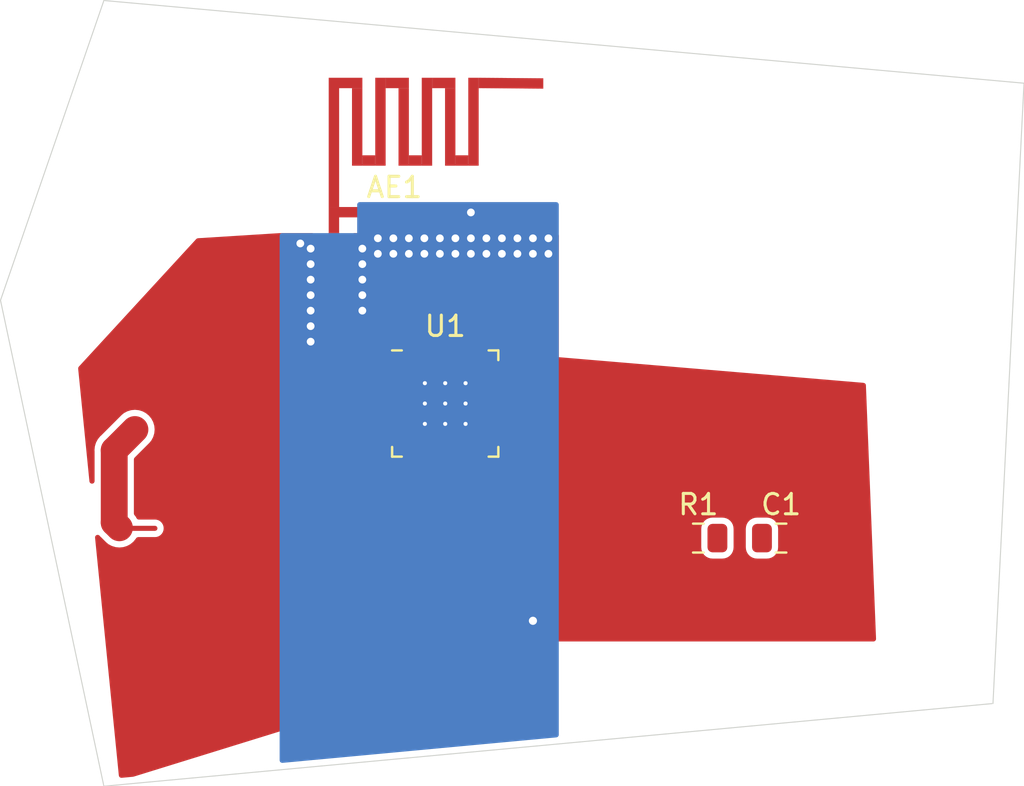
<source format=kicad_pcb>
(kicad_pcb (version 20171130) (host pcbnew "(5.1.4-0-10_14)")

  (general
    (thickness 1.6)
    (drawings 5)
    (tracks 48)
    (zones 0)
    (modules 4)
    (nets 3)
  )

  (page A4)
  (layers
    (0 F.Cu signal)
    (31 B.Cu signal)
    (32 B.Adhes user)
    (33 F.Adhes user)
    (34 B.Paste user)
    (35 F.Paste user)
    (36 B.SilkS user)
    (37 F.SilkS user)
    (38 B.Mask user)
    (39 F.Mask user)
    (40 Dwgs.User user)
    (41 Cmts.User user)
    (42 Eco1.User user)
    (43 Eco2.User user)
    (44 Edge.Cuts user)
    (45 Margin user)
    (46 B.CrtYd user)
    (47 F.CrtYd user)
    (48 B.Fab user)
    (49 F.Fab user)
  )

  (setup
    (last_trace_width 0.2)
    (user_trace_width 0.2)
    (user_trace_width 1.3208)
    (trace_clearance 0.2)
    (zone_clearance 0.3048)
    (zone_45_only yes)
    (trace_min 0.2)
    (via_size 0.8)
    (via_drill 0.4)
    (via_min_size 0.4)
    (via_min_drill 0.3)
    (uvia_size 0.3)
    (uvia_drill 0.1)
    (uvias_allowed no)
    (uvia_min_size 0.2)
    (uvia_min_drill 0.1)
    (edge_width 0.05)
    (segment_width 0.2)
    (pcb_text_width 0.3)
    (pcb_text_size 1.5 1.5)
    (mod_edge_width 0.12)
    (mod_text_size 1 1)
    (mod_text_width 0.15)
    (pad_size 0.508 0.508)
    (pad_drill 0.381)
    (pad_to_mask_clearance 0.051)
    (solder_mask_min_width 0.25)
    (aux_axis_origin 0 0)
    (visible_elements FFFFFF7F)
    (pcbplotparams
      (layerselection 0x010fc_ffffffff)
      (usegerberextensions false)
      (usegerberattributes false)
      (usegerberadvancedattributes false)
      (creategerberjobfile false)
      (excludeedgelayer true)
      (linewidth 0.100000)
      (plotframeref false)
      (viasonmask false)
      (mode 1)
      (useauxorigin false)
      (hpglpennumber 1)
      (hpglpenspeed 20)
      (hpglpendiameter 15.000000)
      (psnegative false)
      (psa4output false)
      (plotreference true)
      (plotvalue true)
      (plotinvisibletext false)
      (padsonsilk false)
      (subtractmaskfromsilk false)
      (outputformat 1)
      (mirror false)
      (drillshape 1)
      (scaleselection 1)
      (outputdirectory ""))
  )

  (net 0 "")
  (net 1 "Net-(AE1-Pad1)")
  (net 2 GND)

  (net_class Default "This is the default net class."
    (clearance 0.2)
    (trace_width 0.25)
    (via_dia 0.8)
    (via_drill 0.4)
    (uvia_dia 0.3)
    (uvia_drill 0.1)
    (add_net GND)
    (add_net "Net-(AE1-Pad1)")
    (add_net "Net-(C1-Pad1)")
    (add_net "Net-(R1-Pad2)")
    (add_net "Net-(U1-Pad1)")
    (add_net "Net-(U1-Pad10)")
    (add_net "Net-(U1-Pad11)")
    (add_net "Net-(U1-Pad12)")
    (add_net "Net-(U1-Pad13)")
    (add_net "Net-(U1-Pad14)")
    (add_net "Net-(U1-Pad15)")
    (add_net "Net-(U1-Pad16)")
    (add_net "Net-(U1-Pad17)")
    (add_net "Net-(U1-Pad18)")
    (add_net "Net-(U1-Pad19)")
    (add_net "Net-(U1-Pad20)")
    (add_net "Net-(U1-Pad21)")
    (add_net "Net-(U1-Pad22)")
    (add_net "Net-(U1-Pad23)")
    (add_net "Net-(U1-Pad24)")
    (add_net "Net-(U1-Pad25)")
    (add_net "Net-(U1-Pad26)")
    (add_net "Net-(U1-Pad27)")
    (add_net "Net-(U1-Pad28)")
    (add_net "Net-(U1-Pad29)")
    (add_net "Net-(U1-Pad3)")
    (add_net "Net-(U1-Pad30)")
    (add_net "Net-(U1-Pad31)")
    (add_net "Net-(U1-Pad32)")
    (add_net "Net-(U1-Pad4)")
    (add_net "Net-(U1-Pad5)")
    (add_net "Net-(U1-Pad6)")
    (add_net "Net-(U1-Pad7)")
    (add_net "Net-(U1-Pad8)")
    (add_net "Net-(U1-Pad9)")
  )

  (module barn53-kicad:PCB_Antenna_2.4GHz_MIFA_Layout_1mm_FR4_PCB (layer F.Cu) (tedit 5DEC0844) (tstamp 5DECC4E1)
    (at 74.803 46.4185)
    (descr https://www.cypress.com/file/136236/download)
    (path /5DE87324)
    (fp_text reference AE1 (at 2.9718 -3.7084) (layer F.SilkS)
      (effects (font (size 1 1) (thickness 0.15)))
    )
    (fp_text value PCB_Antenna_2.4GHz_1mm (at 15.367 -10.1346) (layer F.Fab)
      (effects (font (size 1 1) (thickness 0.15)))
    )
    (fp_text user "Keep out area!" (at -3.175 -5.8674 90) (layer Dwgs.User)
      (effects (font (size 0.508 0.508) (thickness 0.127)))
    )
    (fp_text user "Stitch along the transmission line to a GND filled zone at back side" (at 10.6426 5.4356) (layer Cmts.User)
      (effects (font (size 0.508 0.508) (thickness 0.127)))
    )
    (fp_text user "Draw filled zones (GND) on both front and back side" (at 21.8186 -1.905) (layer Cmts.User)
      (effects (font (size 0.508 0.508) (thickness 0.127)))
    )
    (fp_text user "Don't forget this via!" (at 11.3284 -3.4798) (layer Cmts.User)
      (effects (font (size 0.508 0.508) (thickness 0.127)))
    )
    (fp_text user "Stitch it with vias. 15mil drill, 30mil distance" (at 20.574 1.5748) (layer Cmts.User)
      (effects (font (size 0.508 0.508) (thickness 0.127)))
    )
    (fp_circle (center 6.7564 -2.4892) (end 7.0564 -2.4892) (layer Eco1.User) (width 0.0508))
    (fp_circle (center -2.159 2.794) (end -1.859 2.794) (layer Eco1.User) (width 0.0508))
    (fp_circle (center -1.397 2.794) (end -1.097 2.794) (layer Eco1.User) (width 0.0508))
    (fp_circle (center 1.4224 2.794) (end 1.7224 2.794) (layer Eco1.User) (width 0.0508))
    (fp_circle (center 2.1844 2.794) (end 2.4844 2.794) (layer Eco1.User) (width 0.0508))
    (fp_circle (center 2.9464 2.794) (end 3.2464 2.794) (layer Eco1.User) (width 0.0508))
    (fp_circle (center 3.7084 2.794) (end 4.0084 2.794) (layer Eco1.User) (width 0.0508))
    (fp_circle (center 4.4704 2.794) (end 4.7704 2.794) (layer Eco1.User) (width 0.0508))
    (fp_circle (center 5.2324 2.794) (end 5.5324 2.794) (layer Eco1.User) (width 0.0508))
    (fp_circle (center 5.9944 2.794) (end 6.2944 2.794) (layer Eco1.User) (width 0.0508))
    (fp_circle (center 6.7564 2.794) (end 7.0564 2.794) (layer Eco1.User) (width 0.0508))
    (fp_circle (center 7.5184 2.794) (end 7.8184 2.794) (layer Eco1.User) (width 0.0508))
    (fp_circle (center 8.2804 2.794) (end 8.5804 2.794) (layer Eco1.User) (width 0.0508))
    (fp_circle (center 9.0424 2.794) (end 9.3424 2.794) (layer Eco1.User) (width 0.0508))
    (fp_circle (center 9.8044 2.794) (end 10.1044 2.794) (layer Eco1.User) (width 0.0508))
    (fp_circle (center 10.5664 2.794) (end 10.8664 2.794) (layer Eco1.User) (width 0.0508))
    (fp_circle (center -2.159 2.032) (end -1.859 2.032) (layer Eco1.User) (width 0.0508))
    (fp_circle (center -1.397 2.032) (end -1.097 2.032) (layer Eco1.User) (width 0.0508))
    (fp_circle (center 1.4224 2.032) (end 1.7224 2.032) (layer Eco1.User) (width 0.0508))
    (fp_circle (center 2.1844 2.032) (end 2.4844 2.032) (layer Eco1.User) (width 0.0508))
    (fp_circle (center 2.9464 2.032) (end 3.2464 2.032) (layer Eco1.User) (width 0.0508))
    (fp_circle (center 3.7084 2.032) (end 4.0084 2.032) (layer Eco1.User) (width 0.0508))
    (fp_circle (center 4.4704 2.032) (end 4.7704 2.032) (layer Eco1.User) (width 0.0508))
    (fp_circle (center 5.2324 2.032) (end 5.5324 2.032) (layer Eco1.User) (width 0.0508))
    (fp_circle (center 5.9944 2.032) (end 6.2944 2.032) (layer Eco1.User) (width 0.0508))
    (fp_circle (center 6.7564 2.032) (end 7.0564 2.032) (layer Eco1.User) (width 0.0508))
    (fp_circle (center 7.5184 2.032) (end 7.8184 2.032) (layer Eco1.User) (width 0.0508))
    (fp_circle (center 8.2804 2.032) (end 8.5804 2.032) (layer Eco1.User) (width 0.0508))
    (fp_circle (center 9.0424 2.032) (end 9.3424 2.032) (layer Eco1.User) (width 0.0508))
    (fp_circle (center 9.8044 2.032) (end 10.1044 2.032) (layer Eco1.User) (width 0.0508))
    (fp_circle (center 10.5664 2.032) (end 10.8664 2.032) (layer Eco1.User) (width 0.0508))
    (fp_circle (center -2.159 1.27) (end -1.859 1.27) (layer Eco1.User) (width 0.0508))
    (fp_circle (center -1.397 1.27) (end -1.097 1.27) (layer Eco1.User) (width 0.0508))
    (fp_circle (center 1.4224 1.27) (end 1.7224 1.27) (layer Eco1.User) (width 0.0508))
    (fp_circle (center 2.1844 1.27) (end 2.4844 1.27) (layer Eco1.User) (width 0.0508))
    (fp_circle (center 2.9464 1.27) (end 3.2464 1.27) (layer Eco1.User) (width 0.0508))
    (fp_circle (center 3.7084 1.27) (end 4.0084 1.27) (layer Eco1.User) (width 0.0508))
    (fp_circle (center 4.4704 1.27) (end 4.7704 1.27) (layer Eco1.User) (width 0.0508))
    (fp_circle (center 5.2324 1.27) (end 5.5324 1.27) (layer Eco1.User) (width 0.0508))
    (fp_circle (center 5.9944 1.27) (end 6.2944 1.27) (layer Eco1.User) (width 0.0508))
    (fp_circle (center 6.7564 1.27) (end 7.0564 1.27) (layer Eco1.User) (width 0.0508))
    (fp_circle (center 7.5184 1.27) (end 7.8184 1.27) (layer Eco1.User) (width 0.0508))
    (fp_circle (center 8.2804 1.27) (end 8.5804 1.27) (layer Eco1.User) (width 0.0508))
    (fp_circle (center 9.0424 1.27) (end 9.3424 1.27) (layer Eco1.User) (width 0.0508))
    (fp_circle (center 9.8044 1.27) (end 10.1044 1.27) (layer Eco1.User) (width 0.0508))
    (fp_circle (center 10.5664 1.27) (end 10.8664 1.27) (layer Eco1.User) (width 0.0508))
    (fp_circle (center -2.159 0.508) (end -1.859 0.508) (layer Eco1.User) (width 0.0508))
    (fp_circle (center -1.397 0.508) (end -1.097 0.508) (layer Eco1.User) (width 0.0508))
    (fp_circle (center 1.4224 0.508) (end 1.7224 0.508) (layer Eco1.User) (width 0.0508))
    (fp_circle (center 2.1844 0.508) (end 2.4844 0.508) (layer Eco1.User) (width 0.0508))
    (fp_circle (center 2.9464 0.508) (end 3.2464 0.508) (layer Eco1.User) (width 0.0508))
    (fp_circle (center 3.7084 0.508) (end 4.0084 0.508) (layer Eco1.User) (width 0.0508))
    (fp_circle (center 4.4704 0.508) (end 4.7704 0.508) (layer Eco1.User) (width 0.0508))
    (fp_circle (center 5.2324 0.508) (end 5.5324 0.508) (layer Eco1.User) (width 0.0508))
    (fp_circle (center 5.9944 0.508) (end 6.2944 0.508) (layer Eco1.User) (width 0.0508))
    (fp_circle (center 6.7564 0.508) (end 7.0564 0.508) (layer Eco1.User) (width 0.0508))
    (fp_circle (center 7.5184 0.508) (end 7.8184 0.508) (layer Eco1.User) (width 0.0508))
    (fp_circle (center 8.2804 0.508) (end 8.5804 0.508) (layer Eco1.User) (width 0.0508))
    (fp_circle (center 9.0424 0.508) (end 9.3424 0.508) (layer Eco1.User) (width 0.0508))
    (fp_circle (center 9.8044 0.508) (end 10.1044 0.508) (layer Eco1.User) (width 0.0508))
    (fp_circle (center 10.5664 0.508) (end 10.8664 0.508) (layer Eco1.User) (width 0.0508))
    (fp_circle (center -2.159 -0.254) (end -1.859 -0.254) (layer Eco1.User) (width 0.0508))
    (fp_circle (center -1.397 -0.254) (end -1.097 -0.254) (layer Eco1.User) (width 0.0508))
    (fp_circle (center 1.4224 -0.254) (end 1.7224 -0.254) (layer Eco1.User) (width 0.0508))
    (fp_circle (center 2.1844 -0.254) (end 2.4844 -0.254) (layer Eco1.User) (width 0.0508))
    (fp_circle (center 2.9464 -0.254) (end 3.2464 -0.254) (layer Eco1.User) (width 0.0508))
    (fp_circle (center 3.7084 -0.254) (end 4.0084 -0.254) (layer Eco1.User) (width 0.0508))
    (fp_circle (center 4.4704 -0.254) (end 4.7704 -0.254) (layer Eco1.User) (width 0.0508))
    (fp_circle (center 5.2324 -0.254) (end 5.5324 -0.254) (layer Eco1.User) (width 0.0508))
    (fp_circle (center 5.9944 -0.254) (end 6.2944 -0.254) (layer Eco1.User) (width 0.0508))
    (fp_circle (center 6.7564 -0.254) (end 7.0564 -0.254) (layer Eco1.User) (width 0.0508))
    (fp_circle (center 7.5184 -0.254) (end 7.8184 -0.254) (layer Eco1.User) (width 0.0508))
    (fp_circle (center 8.2804 -0.254) (end 8.5804 -0.254) (layer Eco1.User) (width 0.0508))
    (fp_circle (center 9.0424 -0.254) (end 9.3424 -0.254) (layer Eco1.User) (width 0.0508))
    (fp_circle (center 9.8044 -0.254) (end 10.1044 -0.254) (layer Eco1.User) (width 0.0508))
    (fp_circle (center 10.5664 -0.254) (end 10.8664 -0.254) (layer Eco1.User) (width 0.0508))
    (fp_circle (center -2.159 -1.016) (end -1.859 -1.016) (layer Eco1.User) (width 0.0508))
    (fp_circle (center -1.397 -1.016) (end -1.097 -1.016) (layer Eco1.User) (width 0.0508))
    (fp_circle (center 1.4224 -1.016) (end 1.7224 -1.016) (layer Eco1.User) (width 0.0508))
    (fp_circle (center 2.1844 -1.016) (end 2.4844 -1.016) (layer Eco1.User) (width 0.0508))
    (fp_circle (center 2.9464 -1.016) (end 3.2464 -1.016) (layer Eco1.User) (width 0.0508))
    (fp_circle (center 3.7084 -1.016) (end 4.0084 -1.016) (layer Eco1.User) (width 0.0508))
    (fp_circle (center 4.4704 -1.016) (end 4.7704 -1.016) (layer Eco1.User) (width 0.0508))
    (fp_circle (center 5.2324 -1.016) (end 5.5324 -1.016) (layer Eco1.User) (width 0.0508))
    (fp_circle (center 5.9944 -1.016) (end 6.2944 -1.016) (layer Eco1.User) (width 0.0508))
    (fp_circle (center 6.7564 -1.016) (end 7.0564 -1.016) (layer Eco1.User) (width 0.0508))
    (fp_circle (center 7.5184 -1.016) (end 7.8184 -1.016) (layer Eco1.User) (width 0.0508))
    (fp_circle (center 8.2804 -1.016) (end 8.5804 -1.016) (layer Eco1.User) (width 0.0508))
    (fp_circle (center 9.0424 -1.016) (end 9.3424 -1.016) (layer Eco1.User) (width 0.0508))
    (fp_circle (center 9.8044 -1.016) (end 10.1044 -1.016) (layer Eco1.User) (width 0.0508))
    (fp_circle (center 10.5664 -1.016) (end 10.8664 -1.016) (layer Eco1.User) (width 0.0508))
    (fp_poly (pts (xy 0.254 -1.4732) (xy 0.254 -2.2352) (xy 7.239 -2.2352) (xy 7.239 -2.7432)
      (xy 0.254 -2.7432) (xy -0.254 -2.7432) (xy -0.254 -1.4732)) (layer F.Cu) (width 0.00254))
    (fp_poly (pts (xy -0.254 -2.7432) (xy -0.254 -9.0932) (xy 1.397 -9.0932) (xy 1.397 -8.5852)
      (xy 0.254 -8.5852) (xy 0.254 -2.7432)) (layer F.Cu) (width 0.00254))
    (fp_poly (pts (xy 0.889 -8.5852) (xy 0.889 -4.7752) (xy 1.397 -4.7752) (xy 1.397 -8.5852)) (layer F.Cu) (width 0.00254))
    (fp_poly (pts (xy 1.397 -4.7752) (xy 2.032 -4.7752) (xy 2.032 -5.2832) (xy 1.397 -5.2832)) (layer F.Cu) (width 0.00254))
    (fp_poly (pts (xy 2.032 -9.0932) (xy 2.032 -4.7752) (xy 2.54 -4.7752) (xy 2.54 -9.0932)) (layer F.Cu) (width 0.00254))
    (fp_poly (pts (xy 2.54 -8.5852) (xy 3.683 -8.5852) (xy 3.683 -9.0932) (xy 2.54 -9.0932)) (layer F.Cu) (width 0.00254))
    (fp_poly (pts (xy 3.175 -8.5852) (xy 3.175 -4.7752) (xy 3.683 -4.7752) (xy 3.683 -8.5852)) (layer F.Cu) (width 0.00254))
    (fp_poly (pts (xy 3.683 -4.7752) (xy 4.318 -4.7752) (xy 4.318 -5.2832) (xy 3.683 -5.2832)) (layer F.Cu) (width 0.00254))
    (fp_poly (pts (xy 4.318 -9.0932) (xy 4.318 -4.7752) (xy 4.826 -4.7752) (xy 4.826 -9.0932)) (layer F.Cu) (width 0.00254))
    (fp_poly (pts (xy 4.826 -8.5852) (xy 5.969 -8.5852) (xy 5.969 -9.0932) (xy 4.826 -9.0932)) (layer F.Cu) (width 0.00254))
    (fp_poly (pts (xy 5.969 -4.7752) (xy 6.604 -4.7752) (xy 6.604 -5.2832) (xy 5.969 -5.2832)) (layer F.Cu) (width 0.00254))
    (fp_poly (pts (xy 5.461 -8.5852) (xy 5.461 -4.7752) (xy 5.969 -4.7752) (xy 5.969 -8.5852)) (layer F.Cu) (width 0.00254))
    (fp_poly (pts (xy 6.604 -9.0932) (xy 6.604 -4.7752) (xy 7.112 -4.7752) (xy 7.112 -9.0932)) (layer F.Cu) (width 0.00254))
    (fp_poly (pts (xy 7.112 -8.5852) (xy 10.287 -8.5598) (xy 10.287 -9.0678) (xy 7.112 -9.0932)) (layer F.Cu) (width 0.00254))
    (fp_line (start -2.6162 -6.858) (end -0.381 -9.0932) (layer Dwgs.User) (width 0.12))
    (fp_line (start -2.6162 -4.318) (end 2.159 -9.0932) (layer Dwgs.User) (width 0.12))
    (fp_line (start 9.779 -1.4732) (end 11.049 -2.7432) (layer Dwgs.User) (width 0.12))
    (fp_line (start 7.239 -1.4732) (end 11.049 -5.2832) (layer Dwgs.User) (width 0.12))
    (fp_line (start 4.699 -1.4732) (end 11.049 -7.8232) (layer Dwgs.User) (width 0.12))
    (fp_line (start 2.159 -1.4732) (end 9.779 -9.0932) (layer Dwgs.User) (width 0.12))
    (fp_line (start -0.381 -1.4732) (end 7.239 -9.0932) (layer Dwgs.User) (width 0.12))
    (fp_line (start -2.6162 -1.778) (end 4.699 -9.0932) (layer Dwgs.User) (width 0.12))
    (fp_line (start -2.6162 -1.4732) (end -2.6162 -9.0932) (layer Dwgs.User) (width 0.12))
    (fp_line (start 11.049 -1.4732) (end -2.6162 -1.4732) (layer Dwgs.User) (width 0.12))
    (fp_line (start 11.049 -9.0932) (end 11.049 -1.4732) (layer Dwgs.User) (width 0.12))
    (fp_line (start -2.6162 -9.0932) (end 11.049 -9.0932) (layer Dwgs.User) (width 0.12))
    (fp_text user "52mil transmission line 50Ω" (at 0.0508 4.3688) (layer Cmts.User)
      (effects (font (size 0.508 0.508) (thickness 0.1016) italic))
    )
    (fp_poly (pts (xy -0.254 -1.4732) (xy -0.6604 -0.4572) (xy -0.6604 0.2032) (xy 0.6604 0.2032)
      (xy 0.6604 -0.4572) (xy 0.254 -1.4732)) (layer F.Cu) (width 0.00254))
    (fp_poly (pts (xy 0.9652 -2.9972) (xy 0.9652 -1.4732) (xy -2.6162 -1.4732) (xy -2.6162 3.6068)
      (xy 11.049 3.6068) (xy 11.049 -2.9972)) (layer B.CrtYd) (width 0.00254))
    (fp_poly (pts (xy -2.6162 -1.4732) (xy -0.9652 -1.4732) (xy -0.9652 3.6068) (xy -2.6162 3.6068)) (layer F.CrtYd) (width 0.00254))
    (fp_poly (pts (xy 0.9652 -1.4732) (xy 0.9652 3.6068) (xy 11.049 3.6068) (xy 11.049 -1.4732)) (layer F.CrtYd) (width 0.00254))
    (pad 2 connect circle (at 2.54 -0.254) (size 0.381 0.381) (layers F.Cu)
      (net 2 GND))
    (pad 1 connect circle (at 0 0) (size 0.381 0.381) (layers F.Cu)
      (net 1 "Net-(AE1-Pad1)"))
  )

  (module Package_DFN_QFN:QFN-32-1EP_5x5mm_P0.5mm_EP3.6x3.6mm_ThermalVias (layer F.Cu) (tedit 5B4E85CE) (tstamp 5DE7FBED)
    (at 80.272 53.332)
    (descr "QFN, 32 Pin (http://infocenter.nordicsemi.com/pdf/nRF52810_PS_v1.1.pdf (Page 468)), generated with kicad-footprint-generator ipc_dfn_qfn_generator.py")
    (tags "QFN DFN_QFN")
    (path /5DE7E9DF)
    (attr smd)
    (fp_text reference U1 (at 0 -3.8) (layer F.SilkS)
      (effects (font (size 1 1) (thickness 0.15)))
    )
    (fp_text value ESP_8285 (at 0 3.8) (layer F.Fab)
      (effects (font (size 1 1) (thickness 0.15)))
    )
    (fp_text user %R (at 0 0) (layer F.Fab)
      (effects (font (size 1 1) (thickness 0.15)))
    )
    (fp_line (start 3.1 -3.1) (end -3.1 -3.1) (layer F.CrtYd) (width 0.05))
    (fp_line (start 3.1 3.1) (end 3.1 -3.1) (layer F.CrtYd) (width 0.05))
    (fp_line (start -3.1 3.1) (end 3.1 3.1) (layer F.CrtYd) (width 0.05))
    (fp_line (start -3.1 -3.1) (end -3.1 3.1) (layer F.CrtYd) (width 0.05))
    (fp_line (start -2.5 -1.5) (end -1.5 -2.5) (layer F.Fab) (width 0.1))
    (fp_line (start -2.5 2.5) (end -2.5 -1.5) (layer F.Fab) (width 0.1))
    (fp_line (start 2.5 2.5) (end -2.5 2.5) (layer F.Fab) (width 0.1))
    (fp_line (start 2.5 -2.5) (end 2.5 2.5) (layer F.Fab) (width 0.1))
    (fp_line (start -1.5 -2.5) (end 2.5 -2.5) (layer F.Fab) (width 0.1))
    (fp_line (start -2.135 -2.61) (end -2.61 -2.61) (layer F.SilkS) (width 0.12))
    (fp_line (start 2.61 2.61) (end 2.61 2.135) (layer F.SilkS) (width 0.12))
    (fp_line (start 2.135 2.61) (end 2.61 2.61) (layer F.SilkS) (width 0.12))
    (fp_line (start -2.61 2.61) (end -2.61 2.135) (layer F.SilkS) (width 0.12))
    (fp_line (start -2.135 2.61) (end -2.61 2.61) (layer F.SilkS) (width 0.12))
    (fp_line (start 2.61 -2.61) (end 2.61 -2.135) (layer F.SilkS) (width 0.12))
    (fp_line (start 2.135 -2.61) (end 2.61 -2.61) (layer F.SilkS) (width 0.12))
    (pad 32 smd roundrect (at -1.75 -2.45) (size 0.25 0.8) (layers F.Cu F.Paste F.Mask) (roundrect_rratio 0.25))
    (pad 31 smd roundrect (at -1.25 -2.45) (size 0.25 0.8) (layers F.Cu F.Paste F.Mask) (roundrect_rratio 0.25))
    (pad 30 smd roundrect (at -0.75 -2.45) (size 0.25 0.8) (layers F.Cu F.Paste F.Mask) (roundrect_rratio 0.25))
    (pad 29 smd roundrect (at -0.25 -2.45) (size 0.25 0.8) (layers F.Cu F.Paste F.Mask) (roundrect_rratio 0.25))
    (pad 28 smd roundrect (at 0.25 -2.45) (size 0.25 0.8) (layers F.Cu F.Paste F.Mask) (roundrect_rratio 0.25))
    (pad 27 smd roundrect (at 0.75 -2.45) (size 0.25 0.8) (layers F.Cu F.Paste F.Mask) (roundrect_rratio 0.25))
    (pad 26 smd roundrect (at 1.25 -2.45) (size 0.25 0.8) (layers F.Cu F.Paste F.Mask) (roundrect_rratio 0.25))
    (pad 25 smd roundrect (at 1.75 -2.45) (size 0.25 0.8) (layers F.Cu F.Paste F.Mask) (roundrect_rratio 0.25))
    (pad 24 smd roundrect (at 2.45 -1.75) (size 0.8 0.25) (layers F.Cu F.Paste F.Mask) (roundrect_rratio 0.25))
    (pad 23 smd roundrect (at 2.45 -1.25) (size 0.8 0.25) (layers F.Cu F.Paste F.Mask) (roundrect_rratio 0.25))
    (pad 22 smd roundrect (at 2.45 -0.75) (size 0.8 0.25) (layers F.Cu F.Paste F.Mask) (roundrect_rratio 0.25))
    (pad 21 smd roundrect (at 2.45 -0.25) (size 0.8 0.25) (layers F.Cu F.Paste F.Mask) (roundrect_rratio 0.25))
    (pad 20 smd roundrect (at 2.45 0.25) (size 0.8 0.25) (layers F.Cu F.Paste F.Mask) (roundrect_rratio 0.25))
    (pad 19 smd roundrect (at 2.45 0.75) (size 0.8 0.25) (layers F.Cu F.Paste F.Mask) (roundrect_rratio 0.25))
    (pad 18 smd roundrect (at 2.45 1.25) (size 0.8 0.25) (layers F.Cu F.Paste F.Mask) (roundrect_rratio 0.25))
    (pad 17 smd roundrect (at 2.45 1.75) (size 0.8 0.25) (layers F.Cu F.Paste F.Mask) (roundrect_rratio 0.25))
    (pad 16 smd roundrect (at 1.75 2.45) (size 0.25 0.8) (layers F.Cu F.Paste F.Mask) (roundrect_rratio 0.25))
    (pad 15 smd roundrect (at 1.25 2.45) (size 0.25 0.8) (layers F.Cu F.Paste F.Mask) (roundrect_rratio 0.25))
    (pad 14 smd roundrect (at 0.75 2.45) (size 0.25 0.8) (layers F.Cu F.Paste F.Mask) (roundrect_rratio 0.25))
    (pad 13 smd roundrect (at 0.25 2.45) (size 0.25 0.8) (layers F.Cu F.Paste F.Mask) (roundrect_rratio 0.25))
    (pad 12 smd roundrect (at -0.25 2.45) (size 0.25 0.8) (layers F.Cu F.Paste F.Mask) (roundrect_rratio 0.25))
    (pad 11 smd roundrect (at -0.75 2.45) (size 0.25 0.8) (layers F.Cu F.Paste F.Mask) (roundrect_rratio 0.25))
    (pad 10 smd roundrect (at -1.25 2.45) (size 0.25 0.8) (layers F.Cu F.Paste F.Mask) (roundrect_rratio 0.25))
    (pad 9 smd roundrect (at -1.75 2.45) (size 0.25 0.8) (layers F.Cu F.Paste F.Mask) (roundrect_rratio 0.25))
    (pad 8 smd roundrect (at -2.45 1.75) (size 0.8 0.25) (layers F.Cu F.Paste F.Mask) (roundrect_rratio 0.25))
    (pad 7 smd roundrect (at -2.45 1.25) (size 0.8 0.25) (layers F.Cu F.Paste F.Mask) (roundrect_rratio 0.25))
    (pad 6 smd roundrect (at -2.45 0.75) (size 0.8 0.25) (layers F.Cu F.Paste F.Mask) (roundrect_rratio 0.25))
    (pad 5 smd roundrect (at -2.45 0.25) (size 0.8 0.25) (layers F.Cu F.Paste F.Mask) (roundrect_rratio 0.25))
    (pad 4 smd roundrect (at -2.45 -0.25) (size 0.8 0.25) (layers F.Cu F.Paste F.Mask) (roundrect_rratio 0.25))
    (pad 3 smd roundrect (at -2.45 -0.75) (size 0.8 0.25) (layers F.Cu F.Paste F.Mask) (roundrect_rratio 0.25))
    (pad 2 smd roundrect (at -2.45 -1.25) (size 0.8 0.25) (layers F.Cu F.Paste F.Mask) (roundrect_rratio 0.25)
      (net 1 "Net-(AE1-Pad1)"))
    (pad 1 smd roundrect (at -2.45 -1.75) (size 0.8 0.25) (layers F.Cu F.Paste F.Mask) (roundrect_rratio 0.25))
    (pad "" smd custom (at 1.4 1.4) (size 0.554596 0.554596) (layers F.Paste)
      (options (clearance outline) (anchor circle))
      (primitives
        (gr_poly (pts
           (xy -0.32249 -0.194667) (xy -0.194667 -0.32249) (xy 0.32249 -0.32249) (xy 0.32249 0.32249) (xy -0.32249 0.32249)
) (width 0))
      ))
    (pad "" smd custom (at 1.4 -1.4) (size 0.554596 0.554596) (layers F.Paste)
      (options (clearance outline) (anchor circle))
      (primitives
        (gr_poly (pts
           (xy -0.32249 -0.32249) (xy 0.32249 -0.32249) (xy 0.32249 0.32249) (xy -0.194667 0.32249) (xy -0.32249 0.194667)
) (width 0))
      ))
    (pad "" smd custom (at -1.4 1.4) (size 0.554596 0.554596) (layers F.Paste)
      (options (clearance outline) (anchor circle))
      (primitives
        (gr_poly (pts
           (xy -0.32249 -0.32249) (xy 0.194667 -0.32249) (xy 0.32249 -0.194667) (xy 0.32249 0.32249) (xy -0.32249 0.32249)
) (width 0))
      ))
    (pad "" smd custom (at -1.4 -1.4) (size 0.554596 0.554596) (layers F.Paste)
      (options (clearance outline) (anchor circle))
      (primitives
        (gr_poly (pts
           (xy -0.32249 -0.32249) (xy 0.32249 -0.32249) (xy 0.32249 0.194667) (xy 0.194667 0.32249) (xy -0.32249 0.32249)
) (width 0))
      ))
    (pad "" smd custom (at 0.5 1.4) (size 0.568298 0.568298) (layers F.Paste)
      (options (clearance outline) (anchor circle))
      (primitives
        (gr_poly (pts
           (xy -0.403113 -0.214044) (xy -0.294667 -0.32249) (xy 0.294667 -0.32249) (xy 0.403113 -0.214044) (xy 0.403113 0.32249)
           (xy -0.403113 0.32249)) (width 0))
      ))
    (pad "" smd custom (at -0.5 1.4) (size 0.568298 0.568298) (layers F.Paste)
      (options (clearance outline) (anchor circle))
      (primitives
        (gr_poly (pts
           (xy -0.403113 -0.214044) (xy -0.294667 -0.32249) (xy 0.294667 -0.32249) (xy 0.403113 -0.214044) (xy 0.403113 0.32249)
           (xy -0.403113 0.32249)) (width 0))
      ))
    (pad "" smd custom (at 0.5 -1.4) (size 0.568298 0.568298) (layers F.Paste)
      (options (clearance outline) (anchor circle))
      (primitives
        (gr_poly (pts
           (xy -0.403113 -0.32249) (xy 0.403113 -0.32249) (xy 0.403113 0.214044) (xy 0.294667 0.32249) (xy -0.294667 0.32249)
           (xy -0.403113 0.214044)) (width 0))
      ))
    (pad "" smd custom (at -0.5 -1.4) (size 0.568298 0.568298) (layers F.Paste)
      (options (clearance outline) (anchor circle))
      (primitives
        (gr_poly (pts
           (xy -0.403113 -0.32249) (xy 0.403113 -0.32249) (xy 0.403113 0.214044) (xy 0.294667 0.32249) (xy -0.294667 0.32249)
           (xy -0.403113 0.214044)) (width 0))
      ))
    (pad "" smd custom (at 1.4 0.5) (size 0.568298 0.568298) (layers F.Paste)
      (options (clearance outline) (anchor circle))
      (primitives
        (gr_poly (pts
           (xy -0.32249 -0.294667) (xy -0.214044 -0.403113) (xy 0.32249 -0.403113) (xy 0.32249 0.403113) (xy -0.214044 0.403113)
           (xy -0.32249 0.294667)) (width 0))
      ))
    (pad "" smd custom (at 1.4 -0.5) (size 0.568298 0.568298) (layers F.Paste)
      (options (clearance outline) (anchor circle))
      (primitives
        (gr_poly (pts
           (xy -0.32249 -0.294667) (xy -0.214044 -0.403113) (xy 0.32249 -0.403113) (xy 0.32249 0.403113) (xy -0.214044 0.403113)
           (xy -0.32249 0.294667)) (width 0))
      ))
    (pad "" smd custom (at -1.4 0.5) (size 0.568298 0.568298) (layers F.Paste)
      (options (clearance outline) (anchor circle))
      (primitives
        (gr_poly (pts
           (xy -0.32249 -0.403113) (xy 0.214044 -0.403113) (xy 0.32249 -0.294667) (xy 0.32249 0.294667) (xy 0.214044 0.403113)
           (xy -0.32249 0.403113)) (width 0))
      ))
    (pad "" smd custom (at -1.4 -0.5) (size 0.568298 0.568298) (layers F.Paste)
      (options (clearance outline) (anchor circle))
      (primitives
        (gr_poly (pts
           (xy -0.32249 -0.403113) (xy 0.214044 -0.403113) (xy 0.32249 -0.294667) (xy 0.32249 0.294667) (xy 0.214044 0.403113)
           (xy -0.32249 0.403113)) (width 0))
      ))
    (pad "" smd roundrect (at 0.5 0.5) (size 0.806226 0.806226) (layers F.Paste) (roundrect_rratio 0.25))
    (pad "" smd roundrect (at 0.5 -0.5) (size 0.806226 0.806226) (layers F.Paste) (roundrect_rratio 0.25))
    (pad "" smd roundrect (at -0.5 0.5) (size 0.806226 0.806226) (layers F.Paste) (roundrect_rratio 0.25))
    (pad "" smd roundrect (at -0.5 -0.5) (size 0.806226 0.806226) (layers F.Paste) (roundrect_rratio 0.25))
    (pad 33 smd roundrect (at 0 0) (size 2.5 2.5) (layers B.Cu) (roundrect_rratio 0.1)
      (net 2 GND))
    (pad 33 thru_hole circle (at 1 1) (size 0.5 0.5) (drill 0.2) (layers *.Cu)
      (net 2 GND))
    (pad 33 thru_hole circle (at 0 1) (size 0.5 0.5) (drill 0.2) (layers *.Cu)
      (net 2 GND))
    (pad 33 thru_hole circle (at -1 1) (size 0.5 0.5) (drill 0.2) (layers *.Cu)
      (net 2 GND))
    (pad 33 thru_hole circle (at 1 0) (size 0.5 0.5) (drill 0.2) (layers *.Cu)
      (net 2 GND))
    (pad 33 thru_hole circle (at 0 0) (size 0.5 0.5) (drill 0.2) (layers *.Cu)
      (net 2 GND))
    (pad 33 thru_hole circle (at -1 0) (size 0.5 0.5) (drill 0.2) (layers *.Cu)
      (net 2 GND))
    (pad 33 thru_hole circle (at 1 -1) (size 0.5 0.5) (drill 0.2) (layers *.Cu)
      (net 2 GND))
    (pad 33 thru_hole circle (at 0 -1) (size 0.5 0.5) (drill 0.2) (layers *.Cu)
      (net 2 GND))
    (pad 33 thru_hole circle (at -1 -1) (size 0.5 0.5) (drill 0.2) (layers *.Cu)
      (net 2 GND))
    (pad 33 smd roundrect (at 0 0) (size 3.6 3.6) (layers F.Cu F.Mask) (roundrect_rratio 0.06944400000000001)
      (net 2 GND))
    (model ${KISYS3DMOD}/Package_DFN_QFN.3dshapes/QFN-32-1EP_5x5mm_P0.5mm_EP3.6x3.6mm.wrl
      (at (xyz 0 0 0))
      (scale (xyz 1 1 1))
      (rotate (xyz 0 0 0))
    )
  )

  (module Resistor_SMD:R_0805_2012Metric (layer F.Cu) (tedit 5B36C52B) (tstamp 5DE7FD5B)
    (at 92.71 59.944)
    (descr "Resistor SMD 0805 (2012 Metric), square (rectangular) end terminal, IPC_7351 nominal, (Body size source: https://docs.google.com/spreadsheets/d/1BsfQQcO9C6DZCsRaXUlFlo91Tg2WpOkGARC1WS5S8t0/edit?usp=sharing), generated with kicad-footprint-generator")
    (tags resistor)
    (path /5DE80245)
    (attr smd)
    (fp_text reference R1 (at 0 -1.65) (layer F.SilkS)
      (effects (font (size 1 1) (thickness 0.15)))
    )
    (fp_text value R (at 0 1.65) (layer F.Fab)
      (effects (font (size 1 1) (thickness 0.15)))
    )
    (fp_text user %R (at 0 0) (layer F.Fab)
      (effects (font (size 0.5 0.5) (thickness 0.08)))
    )
    (fp_line (start 1.68 0.95) (end -1.68 0.95) (layer F.CrtYd) (width 0.05))
    (fp_line (start 1.68 -0.95) (end 1.68 0.95) (layer F.CrtYd) (width 0.05))
    (fp_line (start -1.68 -0.95) (end 1.68 -0.95) (layer F.CrtYd) (width 0.05))
    (fp_line (start -1.68 0.95) (end -1.68 -0.95) (layer F.CrtYd) (width 0.05))
    (fp_line (start -0.258578 0.71) (end 0.258578 0.71) (layer F.SilkS) (width 0.12))
    (fp_line (start -0.258578 -0.71) (end 0.258578 -0.71) (layer F.SilkS) (width 0.12))
    (fp_line (start 1 0.6) (end -1 0.6) (layer F.Fab) (width 0.1))
    (fp_line (start 1 -0.6) (end 1 0.6) (layer F.Fab) (width 0.1))
    (fp_line (start -1 -0.6) (end 1 -0.6) (layer F.Fab) (width 0.1))
    (fp_line (start -1 0.6) (end -1 -0.6) (layer F.Fab) (width 0.1))
    (pad 2 smd roundrect (at 0.9375 0) (size 0.975 1.4) (layers F.Cu F.Paste F.Mask) (roundrect_rratio 0.25))
    (pad 1 smd roundrect (at -0.9375 0) (size 0.975 1.4) (layers F.Cu F.Paste F.Mask) (roundrect_rratio 0.25)
      (net 2 GND))
    (model ${KISYS3DMOD}/Resistor_SMD.3dshapes/R_0805_2012Metric.wrl
      (at (xyz 0 0 0))
      (scale (xyz 1 1 1))
      (rotate (xyz 0 0 0))
    )
  )

  (module Capacitor_SMD:C_0805_2012Metric (layer F.Cu) (tedit 5B36C52B) (tstamp 5DE7FDCD)
    (at 96.774 59.944)
    (descr "Capacitor SMD 0805 (2012 Metric), square (rectangular) end terminal, IPC_7351 nominal, (Body size source: https://docs.google.com/spreadsheets/d/1BsfQQcO9C6DZCsRaXUlFlo91Tg2WpOkGARC1WS5S8t0/edit?usp=sharing), generated with kicad-footprint-generator")
    (tags capacitor)
    (path /5DE7F73A)
    (attr smd)
    (fp_text reference C1 (at 0 -1.65) (layer F.SilkS)
      (effects (font (size 1 1) (thickness 0.15)))
    )
    (fp_text value C (at 0 1.65) (layer F.Fab)
      (effects (font (size 1 1) (thickness 0.15)))
    )
    (fp_text user %R (at 0 0) (layer F.Fab)
      (effects (font (size 0.5 0.5) (thickness 0.08)))
    )
    (fp_line (start 1.68 0.95) (end -1.68 0.95) (layer F.CrtYd) (width 0.05))
    (fp_line (start 1.68 -0.95) (end 1.68 0.95) (layer F.CrtYd) (width 0.05))
    (fp_line (start -1.68 -0.95) (end 1.68 -0.95) (layer F.CrtYd) (width 0.05))
    (fp_line (start -1.68 0.95) (end -1.68 -0.95) (layer F.CrtYd) (width 0.05))
    (fp_line (start -0.258578 0.71) (end 0.258578 0.71) (layer F.SilkS) (width 0.12))
    (fp_line (start -0.258578 -0.71) (end 0.258578 -0.71) (layer F.SilkS) (width 0.12))
    (fp_line (start 1 0.6) (end -1 0.6) (layer F.Fab) (width 0.1))
    (fp_line (start 1 -0.6) (end 1 0.6) (layer F.Fab) (width 0.1))
    (fp_line (start -1 -0.6) (end 1 -0.6) (layer F.Fab) (width 0.1))
    (fp_line (start -1 0.6) (end -1 -0.6) (layer F.Fab) (width 0.1))
    (pad 2 smd roundrect (at 0.9375 0) (size 0.975 1.4) (layers F.Cu F.Paste F.Mask) (roundrect_rratio 0.25)
      (net 2 GND))
    (pad 1 smd roundrect (at -0.9375 0) (size 0.975 1.4) (layers F.Cu F.Paste F.Mask) (roundrect_rratio 0.25))
    (model ${KISYS3DMOD}/Capacitor_SMD.3dshapes/C_0805_2012Metric.wrl
      (at (xyz 0 0 0))
      (scale (xyz 1 1 1))
      (rotate (xyz 0 0 0))
    )
  )

  (gr_line (start 58.42 48.26) (end 63.5 33.528) (layer Edge.Cuts) (width 0.05) (tstamp 5DE9AD6E))
  (gr_line (start 63.5 72.136) (end 58.42 48.26) (layer Edge.Cuts) (width 0.05))
  (gr_line (start 107.188 68.072) (end 63.5 72.136) (layer Edge.Cuts) (width 0.05))
  (gr_line (start 108.712 37.592) (end 107.188 68.072) (layer Edge.Cuts) (width 0.05))
  (gr_line (start 63.5 33.528) (end 108.712 37.592) (layer Edge.Cuts) (width 0.05))

  (segment (start 64.008 59.182) (end 64.262 59.436) (width 1.3208) (layer F.Cu) (net 0))
  (segment (start 64.29 59.464) (end 64.008 59.182) (width 0.25) (layer F.Cu) (net 0))
  (segment (start 66.006 59.464) (end 64.29 59.464) (width 0.25) (layer F.Cu) (net 0))
  (segment (start 64.008 55.626) (end 64.008 59.182) (width 1.3208) (layer F.Cu) (net 0))
  (segment (start 65.024 54.61) (end 64.008 55.626) (width 1.3208) (layer F.Cu) (net 0))
  (segment (start 74.803 46.4185) (end 74.803 50.419) (width 1.3208) (layer F.Cu) (net 1))
  (segment (start 77.822 52.082) (end 74.815 52.082) (width 0.2) (layer F.Cu) (net 1))
  (segment (start 74.803 52.07) (end 74.803 50.419) (width 0.2) (layer F.Cu) (net 1))
  (segment (start 74.815 52.082) (end 74.803 52.07) (width 0.2) (layer F.Cu) (net 1))
  (via (at 81.534 43.942) (size 0.4064) (drill 0.381) (layers F.Cu B.Cu) (net 2))
  (via (at 84.582 64.008) (size 0.8) (drill 0.4) (layers F.Cu B.Cu) (net 2))
  (via (at 76.2 46.482) (size 0.4064) (drill 0.381) (layers F.Cu B.Cu) (net 2))
  (via (at 76.2 47.244) (size 0.4064) (drill 0.381) (layers F.Cu B.Cu) (net 2) (tstamp 5DECA90F))
  (via (at 76.2 48.006) (size 0.4064) (drill 0.381) (layers F.Cu B.Cu) (net 2) (tstamp 5DECA911))
  (via (at 76.2 48.768) (size 0.4064) (drill 0.381) (layers F.Cu B.Cu) (net 2) (tstamp 5DECA913))
  (via (at 73.66 46.482) (size 0.4064) (drill 0.381) (layers F.Cu B.Cu) (net 2) (tstamp 5DECAA27))
  (via (at 73.66 47.244) (size 0.4064) (drill 0.381) (layers F.Cu B.Cu) (net 2) (tstamp 5DECAA29))
  (via (at 73.66 48.006) (size 0.4064) (drill 0.381) (layers F.Cu B.Cu) (net 2) (tstamp 5DECAA2B))
  (via (at 73.66 48.768) (size 0.4064) (drill 0.381) (layers F.Cu B.Cu) (net 2) (tstamp 5DECAA2D))
  (via (at 73.66 49.53) (size 0.4064) (drill 0.381) (layers F.Cu B.Cu) (net 2) (tstamp 5DECAA2F))
  (via (at 73.66 50.292) (size 0.4064) (drill 0.381) (layers F.Cu B.Cu) (net 2) (tstamp 5DECAA31))
  (via (at 73.66 45.72) (size 0.4064) (drill 0.381) (layers F.Cu B.Cu) (net 2) (tstamp 5DECAABB))
  (via (at 73.152 45.466) (size 0.4064) (drill 0.381) (layers F.Cu B.Cu) (net 2) (tstamp 5DECAABD))
  (via (at 76.2 45.72) (size 0.4064) (drill 0.381) (layers F.Cu B.Cu) (net 2) (tstamp 5DECAABF))
  (via (at 76.962 45.212) (size 0.4064) (drill 0.381) (layers F.Cu B.Cu) (net 2) (tstamp 5DECAAC1))
  (via (at 77.724 45.212) (size 0.4064) (drill 0.381) (layers F.Cu B.Cu) (net 2) (tstamp 5DECAAC4))
  (via (at 78.486 45.212) (size 0.4064) (drill 0.381) (layers F.Cu B.Cu) (net 2) (tstamp 5DECAAC6))
  (via (at 79.248 45.212) (size 0.4064) (drill 0.381) (layers F.Cu B.Cu) (net 2) (tstamp 5DECAAC8))
  (via (at 80.01 45.212) (size 0.4064) (drill 0.381) (layers F.Cu B.Cu) (net 2) (tstamp 5DECAACA))
  (via (at 80.772 45.212) (size 0.4064) (drill 0.381) (layers F.Cu B.Cu) (net 2) (tstamp 5DECAACC))
  (via (at 81.534 45.212) (size 0.4064) (drill 0.381) (layers F.Cu B.Cu) (net 2) (tstamp 5DECAACE))
  (via (at 82.296 45.212) (size 0.4064) (drill 0.381) (layers F.Cu B.Cu) (net 2) (tstamp 5DECAAD0))
  (via (at 83.058 45.212) (size 0.4064) (drill 0.381) (layers F.Cu B.Cu) (net 2) (tstamp 5DECAAD2))
  (via (at 83.82 45.212) (size 0.4064) (drill 0.381) (layers F.Cu B.Cu) (net 2) (tstamp 5DECAAD4))
  (via (at 84.582 45.212) (size 0.4064) (drill 0.381) (layers F.Cu B.Cu) (net 2) (tstamp 5DECAAD6))
  (via (at 85.344 45.212) (size 0.4064) (drill 0.381) (layers F.Cu B.Cu) (net 2) (tstamp 5DECAAD8))
  (via (at 76.962 45.974) (size 0.4064) (drill 0.381) (layers F.Cu B.Cu) (net 2) (tstamp 5DECAADA))
  (via (at 77.724 45.974) (size 0.4064) (drill 0.381) (layers F.Cu B.Cu) (net 2) (tstamp 5DECAADC))
  (via (at 78.486 45.974) (size 0.4064) (drill 0.381) (layers F.Cu B.Cu) (net 2) (tstamp 5DECAADE))
  (via (at 79.248 45.974) (size 0.4064) (drill 0.381) (layers F.Cu B.Cu) (net 2) (tstamp 5DECAAE0))
  (via (at 80.01 45.974) (size 0.4064) (drill 0.381) (layers F.Cu B.Cu) (net 2) (tstamp 5DECAAE2))
  (via (at 80.772 45.974) (size 0.4064) (drill 0.381) (layers F.Cu B.Cu) (net 2) (tstamp 5DECAAE4))
  (via (at 81.534 45.974) (size 0.4064) (drill 0.381) (layers F.Cu B.Cu) (net 2) (tstamp 5DECAAE6))
  (via (at 82.296 45.974) (size 0.4064) (drill 0.381) (layers F.Cu B.Cu) (net 2) (tstamp 5DECAAE8))
  (via (at 83.058 45.974) (size 0.4064) (drill 0.381) (layers F.Cu B.Cu) (net 2) (tstamp 5DECAAEA))
  (via (at 83.82 45.974) (size 0.4064) (drill 0.381) (layers F.Cu B.Cu) (net 2) (tstamp 5DECAAEC))
  (via (at 84.582 45.974) (size 0.4064) (drill 0.381) (layers F.Cu B.Cu) (net 2) (tstamp 5DECAAEE))
  (via (at 85.344 45.974) (size 0.4064) (drill 0.381) (layers F.Cu B.Cu) (net 2) (tstamp 5DECAAF0))

  (zone (net 2) (net_name GND) (layer F.Cu) (tstamp 5DE9B5B9) (hatch edge 0.508)
    (connect_pads yes (clearance 0.3048))
    (min_thickness 0.254)
    (fill yes (arc_segments 32) (thermal_gap 0) (thermal_bridge_width 0.508))
    (polygon
      (pts
        (xy 73.914 50.038) (xy 75.692 50.038) (xy 75.692 44.958) (xy 85.852 44.958) (xy 85.852 51.054)
        (xy 100.939783 52.324) (xy 101.447783 65.024) (xy 80.365783 65.024) (xy 74.93 68.58) (xy 64.262 71.882)
        (xy 62.23 51.562) (xy 68.072 45.212) (xy 72.136 44.958) (xy 73.8505 44.958)
      )
    )
    (filled_polygon
      (pts
        (xy 73.734289 45.821857) (xy 73.730181 45.835995) (xy 73.718994 45.87126) (xy 73.718403 45.876529) (xy 73.716922 45.881626)
        (xy 73.713697 45.918483) (xy 73.709572 45.955253) (xy 73.70953 45.9613) (xy 73.70953 46.6217) (xy 73.7108 46.634653)
        (xy 73.710801 50.472649) (xy 73.726605 50.633109) (xy 73.789058 50.838989) (xy 73.890476 51.028729) (xy 74.026963 51.195038)
        (xy 74.193272 51.331525) (xy 74.2712 51.373179) (xy 74.2712 52.043876) (xy 74.268627 52.07) (xy 74.2712 52.096123)
        (xy 74.278895 52.17425) (xy 74.309304 52.274495) (xy 74.358685 52.366882) (xy 74.425141 52.447859) (xy 74.431732 52.453268)
        (xy 74.437141 52.459859) (xy 74.518118 52.526315) (xy 74.610504 52.575696) (xy 74.710749 52.606105) (xy 74.788876 52.6138)
        (xy 74.788877 52.6138) (xy 74.815 52.616373) (xy 74.841124 52.6138) (xy 76.988111 52.6138) (xy 76.988111 52.6445)
        (xy 76.997649 52.741341) (xy 77.02515 52.832) (xy 76.997649 52.922659) (xy 76.988111 53.0195) (xy 76.988111 53.1445)
        (xy 76.997649 53.241341) (xy 77.02515 53.332) (xy 76.997649 53.422659) (xy 76.988111 53.5195) (xy 76.988111 53.6445)
        (xy 76.997649 53.741341) (xy 77.02515 53.832) (xy 76.997649 53.922659) (xy 76.988111 54.0195) (xy 76.988111 54.1445)
        (xy 76.997649 54.241341) (xy 77.02515 54.332) (xy 76.997649 54.422659) (xy 76.988111 54.5195) (xy 76.988111 54.6445)
        (xy 76.997649 54.741341) (xy 77.02515 54.832) (xy 76.997649 54.922659) (xy 76.988111 55.0195) (xy 76.988111 55.1445)
        (xy 76.997649 55.241341) (xy 77.025896 55.33446) (xy 77.071768 55.420279) (xy 77.1335 55.4955) (xy 77.208721 55.557232)
        (xy 77.29454 55.603104) (xy 77.387659 55.631351) (xy 77.4845 55.640889) (xy 77.963111 55.640889) (xy 77.963111 56.1195)
        (xy 77.972649 56.216341) (xy 78.000896 56.30946) (xy 78.046768 56.395279) (xy 78.1085 56.4705) (xy 78.183721 56.532232)
        (xy 78.26954 56.578104) (xy 78.362659 56.606351) (xy 78.4595 56.615889) (xy 78.5845 56.615889) (xy 78.681341 56.606351)
        (xy 78.772 56.57885) (xy 78.862659 56.606351) (xy 78.9595 56.615889) (xy 79.0845 56.615889) (xy 79.181341 56.606351)
        (xy 79.272 56.57885) (xy 79.362659 56.606351) (xy 79.4595 56.615889) (xy 79.5845 56.615889) (xy 79.681341 56.606351)
        (xy 79.772 56.57885) (xy 79.862659 56.606351) (xy 79.9595 56.615889) (xy 80.0845 56.615889) (xy 80.181341 56.606351)
        (xy 80.272 56.57885) (xy 80.362659 56.606351) (xy 80.4595 56.615889) (xy 80.5845 56.615889) (xy 80.681341 56.606351)
        (xy 80.772 56.57885) (xy 80.862659 56.606351) (xy 80.9595 56.615889) (xy 81.0845 56.615889) (xy 81.181341 56.606351)
        (xy 81.272 56.57885) (xy 81.362659 56.606351) (xy 81.4595 56.615889) (xy 81.5845 56.615889) (xy 81.681341 56.606351)
        (xy 81.772 56.57885) (xy 81.862659 56.606351) (xy 81.9595 56.615889) (xy 82.0845 56.615889) (xy 82.181341 56.606351)
        (xy 82.27446 56.578104) (xy 82.360279 56.532232) (xy 82.4355 56.4705) (xy 82.497232 56.395279) (xy 82.543104 56.30946)
        (xy 82.571351 56.216341) (xy 82.580889 56.1195) (xy 82.580889 55.640889) (xy 83.0595 55.640889) (xy 83.156341 55.631351)
        (xy 83.24946 55.603104) (xy 83.335279 55.557232) (xy 83.4105 55.4955) (xy 83.472232 55.420279) (xy 83.518104 55.33446)
        (xy 83.546351 55.241341) (xy 83.555889 55.1445) (xy 83.555889 55.0195) (xy 83.546351 54.922659) (xy 83.51885 54.832)
        (xy 83.546351 54.741341) (xy 83.555889 54.6445) (xy 83.555889 54.5195) (xy 83.546351 54.422659) (xy 83.51885 54.332)
        (xy 83.546351 54.241341) (xy 83.555889 54.1445) (xy 83.555889 54.0195) (xy 83.546351 53.922659) (xy 83.51885 53.832)
        (xy 83.546351 53.741341) (xy 83.555889 53.6445) (xy 83.555889 53.5195) (xy 83.546351 53.422659) (xy 83.51885 53.332)
        (xy 83.546351 53.241341) (xy 83.555889 53.1445) (xy 83.555889 53.0195) (xy 83.546351 52.922659) (xy 83.51885 52.832)
        (xy 83.546351 52.741341) (xy 83.555889 52.6445) (xy 83.555889 52.5195) (xy 83.546351 52.422659) (xy 83.51885 52.332)
        (xy 83.546351 52.241341) (xy 83.555889 52.1445) (xy 83.555889 52.0195) (xy 83.546351 51.922659) (xy 83.51885 51.832)
        (xy 83.546351 51.741341) (xy 83.555889 51.6445) (xy 83.555889 51.5195) (xy 83.546351 51.422659) (xy 83.518104 51.32954)
        (xy 83.472232 51.243721) (xy 83.4105 51.1685) (xy 83.335279 51.106768) (xy 83.24946 51.060896) (xy 83.156341 51.032649)
        (xy 83.0595 51.023111) (xy 82.580889 51.023111) (xy 82.580889 50.5445) (xy 82.571351 50.447659) (xy 82.543104 50.35454)
        (xy 82.497232 50.268721) (xy 82.4355 50.1935) (xy 82.360279 50.131768) (xy 82.27446 50.085896) (xy 82.181341 50.057649)
        (xy 82.0845 50.048111) (xy 81.9595 50.048111) (xy 81.862659 50.057649) (xy 81.772 50.08515) (xy 81.681341 50.057649)
        (xy 81.5845 50.048111) (xy 81.4595 50.048111) (xy 81.362659 50.057649) (xy 81.272 50.08515) (xy 81.181341 50.057649)
        (xy 81.0845 50.048111) (xy 80.9595 50.048111) (xy 80.862659 50.057649) (xy 80.772 50.08515) (xy 80.681341 50.057649)
        (xy 80.5845 50.048111) (xy 80.4595 50.048111) (xy 80.362659 50.057649) (xy 80.272 50.08515) (xy 80.181341 50.057649)
        (xy 80.0845 50.048111) (xy 79.9595 50.048111) (xy 79.862659 50.057649) (xy 79.772 50.08515) (xy 79.681341 50.057649)
        (xy 79.5845 50.048111) (xy 79.4595 50.048111) (xy 79.362659 50.057649) (xy 79.272 50.08515) (xy 79.181341 50.057649)
        (xy 79.0845 50.048111) (xy 78.9595 50.048111) (xy 78.862659 50.057649) (xy 78.772 50.08515) (xy 78.681341 50.057649)
        (xy 78.5845 50.048111) (xy 78.4595 50.048111) (xy 78.362659 50.057649) (xy 78.26954 50.085896) (xy 78.183721 50.131768)
        (xy 78.1085 50.1935) (xy 78.046768 50.268721) (xy 78.000896 50.35454) (xy 77.972649 50.447659) (xy 77.963111 50.5445)
        (xy 77.963111 51.023111) (xy 77.4845 51.023111) (xy 77.387659 51.032649) (xy 77.29454 51.060896) (xy 77.208721 51.106768)
        (xy 77.1335 51.1685) (xy 77.071768 51.243721) (xy 77.025896 51.32954) (xy 76.997649 51.422659) (xy 76.988111 51.5195)
        (xy 76.988111 51.5502) (xy 75.3348 51.5502) (xy 75.3348 51.373179) (xy 75.412729 51.331525) (xy 75.579038 51.195038)
        (xy 75.715525 51.028729) (xy 75.816943 50.838989) (xy 75.879396 50.633109) (xy 75.8952 50.472649) (xy 75.8952 46.638694)
        (xy 75.896428 46.627747) (xy 75.896448 46.624825) (xy 75.896459 46.624723) (xy 75.89645 46.624621) (xy 75.89647 46.6217)
        (xy 75.89647 45.9613) (xy 75.892858 45.924467) (xy 75.890148 45.887576) (xy 75.88874 45.882464) (xy 75.888222 45.877183)
        (xy 75.87753 45.841769) (xy 75.867702 45.806091) (xy 75.865495 45.800461) (xy 75.819 45.684224) (xy 75.819 45.085)
        (xy 85.725 45.085) (xy 85.725 51.054) (xy 85.72744 51.078776) (xy 85.734667 51.102601) (xy 85.746403 51.124557)
        (xy 85.762197 51.143803) (xy 85.781443 51.159597) (xy 85.803399 51.171333) (xy 85.827224 51.17856) (xy 85.841348 51.180552)
        (xy 100.817367 52.441144) (xy 101.315601 64.897) (xy 80.365783 64.897) (xy 80.341007 64.89944) (xy 80.317182 64.906667)
        (xy 80.296257 64.917721) (xy 74.875403 68.463955) (xy 64.921174 71.545026) (xy 64.361145 71.597122) (xy 63.192419 59.909853)
        (xy 63.231963 59.958038) (xy 63.273632 59.992235) (xy 63.527634 60.246237) (xy 63.652271 60.348524) (xy 63.842011 60.449942)
        (xy 64.04789 60.512395) (xy 64.261999 60.533483) (xy 64.476108 60.512395) (xy 64.681988 60.449942) (xy 64.871728 60.348524)
        (xy 65.038038 60.212038) (xy 65.174524 60.045728) (xy 65.187848 60.0208) (xy 66.033351 60.0208) (xy 66.115152 60.012743)
        (xy 66.220109 59.980905) (xy 66.316838 59.929202) (xy 66.401622 59.859622) (xy 66.471202 59.774838) (xy 66.522905 59.678109)
        (xy 66.554743 59.573152) (xy 66.563154 59.48775) (xy 92.726111 59.48775) (xy 92.726111 60.40025) (xy 92.739132 60.532451)
        (xy 92.777693 60.659571) (xy 92.840314 60.776726) (xy 92.924587 60.879413) (xy 93.027274 60.963686) (xy 93.144429 61.026307)
        (xy 93.271549 61.064868) (xy 93.40375 61.077889) (xy 93.89125 61.077889) (xy 94.023451 61.064868) (xy 94.150571 61.026307)
        (xy 94.267726 60.963686) (xy 94.370413 60.879413) (xy 94.454686 60.776726) (xy 94.517307 60.659571) (xy 94.555868 60.532451)
        (xy 94.568889 60.40025) (xy 94.568889 59.48775) (xy 94.915111 59.48775) (xy 94.915111 60.40025) (xy 94.928132 60.532451)
        (xy 94.966693 60.659571) (xy 95.029314 60.776726) (xy 95.113587 60.879413) (xy 95.216274 60.963686) (xy 95.333429 61.026307)
        (xy 95.460549 61.064868) (xy 95.59275 61.077889) (xy 96.08025 61.077889) (xy 96.212451 61.064868) (xy 96.339571 61.026307)
        (xy 96.456726 60.963686) (xy 96.559413 60.879413) (xy 96.643686 60.776726) (xy 96.706307 60.659571) (xy 96.744868 60.532451)
        (xy 96.757889 60.40025) (xy 96.757889 59.48775) (xy 96.744868 59.355549) (xy 96.706307 59.228429) (xy 96.643686 59.111274)
        (xy 96.559413 59.008587) (xy 96.456726 58.924314) (xy 96.339571 58.861693) (xy 96.212451 58.823132) (xy 96.08025 58.810111)
        (xy 95.59275 58.810111) (xy 95.460549 58.823132) (xy 95.333429 58.861693) (xy 95.216274 58.924314) (xy 95.113587 59.008587)
        (xy 95.029314 59.111274) (xy 94.966693 59.228429) (xy 94.928132 59.355549) (xy 94.915111 59.48775) (xy 94.568889 59.48775)
        (xy 94.555868 59.355549) (xy 94.517307 59.228429) (xy 94.454686 59.111274) (xy 94.370413 59.008587) (xy 94.267726 58.924314)
        (xy 94.150571 58.861693) (xy 94.023451 58.823132) (xy 93.89125 58.810111) (xy 93.40375 58.810111) (xy 93.271549 58.823132)
        (xy 93.144429 58.861693) (xy 93.027274 58.924314) (xy 92.924587 59.008587) (xy 92.840314 59.111274) (xy 92.777693 59.228429)
        (xy 92.739132 59.355549) (xy 92.726111 59.48775) (xy 66.563154 59.48775) (xy 66.565494 59.464) (xy 66.554743 59.354848)
        (xy 66.522905 59.249891) (xy 66.471202 59.153162) (xy 66.401622 59.068378) (xy 66.316838 58.998798) (xy 66.220109 58.947095)
        (xy 66.115152 58.915257) (xy 66.033351 58.9072) (xy 65.217781 58.9072) (xy 65.174524 58.826271) (xy 65.1002 58.735707)
        (xy 65.1002 56.078403) (xy 65.834237 55.344367) (xy 65.936524 55.219729) (xy 66.037943 55.029989) (xy 66.100396 54.82411)
        (xy 66.121483 54.61) (xy 66.100396 54.395891) (xy 66.037943 54.190012) (xy 65.936524 54.000272) (xy 65.800038 53.833962)
        (xy 65.633728 53.697476) (xy 65.443988 53.596057) (xy 65.238109 53.533604) (xy 65.024 53.512517) (xy 64.80989 53.533604)
        (xy 64.604011 53.596057) (xy 64.414271 53.697476) (xy 64.289633 53.799763) (xy 63.273636 54.81576) (xy 63.231962 54.849962)
        (xy 63.095475 55.016271) (xy 62.994057 55.206012) (xy 62.931604 55.411892) (xy 62.9158 55.572352) (xy 62.9158 55.572359)
        (xy 62.910517 55.626) (xy 62.9158 55.679642) (xy 62.9158 57.14367) (xy 62.362039 51.606055) (xy 68.130888 45.335568)
        (xy 72.13997 45.085) (xy 73.725078 45.085)
      )
    )
    (filled_polygon
      (pts
        (xy 81.862659 51.706351) (xy 81.894512 51.709488) (xy 81.897649 51.741341) (xy 81.92515 51.832) (xy 81.897649 51.922659)
        (xy 81.888111 52.0195) (xy 81.888111 52.1445) (xy 81.897649 52.241341) (xy 81.92515 52.332) (xy 81.897649 52.422659)
        (xy 81.888111 52.5195) (xy 81.888111 52.6445) (xy 81.897649 52.741341) (xy 81.92515 52.832) (xy 81.897649 52.922659)
        (xy 81.888111 53.0195) (xy 81.888111 53.1445) (xy 81.897649 53.241341) (xy 81.92515 53.332) (xy 81.897649 53.422659)
        (xy 81.888111 53.5195) (xy 81.888111 53.6445) (xy 81.897649 53.741341) (xy 81.92515 53.832) (xy 81.897649 53.922659)
        (xy 81.888111 54.0195) (xy 81.888111 54.1445) (xy 81.897649 54.241341) (xy 81.92515 54.332) (xy 81.897649 54.422659)
        (xy 81.888111 54.5195) (xy 81.888111 54.6445) (xy 81.897649 54.741341) (xy 81.92515 54.832) (xy 81.897649 54.922659)
        (xy 81.894512 54.954512) (xy 81.862659 54.957649) (xy 81.772 54.98515) (xy 81.681341 54.957649) (xy 81.5845 54.948111)
        (xy 81.4595 54.948111) (xy 81.362659 54.957649) (xy 81.272 54.98515) (xy 81.181341 54.957649) (xy 81.0845 54.948111)
        (xy 80.9595 54.948111) (xy 80.862659 54.957649) (xy 80.772 54.98515) (xy 80.681341 54.957649) (xy 80.5845 54.948111)
        (xy 80.4595 54.948111) (xy 80.362659 54.957649) (xy 80.272 54.98515) (xy 80.181341 54.957649) (xy 80.0845 54.948111)
        (xy 79.9595 54.948111) (xy 79.862659 54.957649) (xy 79.772 54.98515) (xy 79.681341 54.957649) (xy 79.5845 54.948111)
        (xy 79.4595 54.948111) (xy 79.362659 54.957649) (xy 79.272 54.98515) (xy 79.181341 54.957649) (xy 79.0845 54.948111)
        (xy 78.9595 54.948111) (xy 78.862659 54.957649) (xy 78.772 54.98515) (xy 78.681341 54.957649) (xy 78.649488 54.954512)
        (xy 78.646351 54.922659) (xy 78.61885 54.832) (xy 78.646351 54.741341) (xy 78.655889 54.6445) (xy 78.655889 54.5195)
        (xy 78.646351 54.422659) (xy 78.61885 54.332) (xy 78.646351 54.241341) (xy 78.655889 54.1445) (xy 78.655889 54.0195)
        (xy 78.646351 53.922659) (xy 78.61885 53.832) (xy 78.646351 53.741341) (xy 78.655889 53.6445) (xy 78.655889 53.5195)
        (xy 78.646351 53.422659) (xy 78.61885 53.332) (xy 78.646351 53.241341) (xy 78.655889 53.1445) (xy 78.655889 53.0195)
        (xy 78.646351 52.922659) (xy 78.61885 52.832) (xy 78.646351 52.741341) (xy 78.655889 52.6445) (xy 78.655889 52.5195)
        (xy 78.646351 52.422659) (xy 78.61885 52.332) (xy 78.646351 52.241341) (xy 78.655889 52.1445) (xy 78.655889 52.0195)
        (xy 78.646351 51.922659) (xy 78.61885 51.832) (xy 78.646351 51.741341) (xy 78.649488 51.709488) (xy 78.681341 51.706351)
        (xy 78.772 51.67885) (xy 78.862659 51.706351) (xy 78.9595 51.715889) (xy 79.0845 51.715889) (xy 79.181341 51.706351)
        (xy 79.272 51.67885) (xy 79.362659 51.706351) (xy 79.4595 51.715889) (xy 79.5845 51.715889) (xy 79.681341 51.706351)
        (xy 79.772 51.67885) (xy 79.862659 51.706351) (xy 79.9595 51.715889) (xy 80.0845 51.715889) (xy 80.181341 51.706351)
        (xy 80.272 51.67885) (xy 80.362659 51.706351) (xy 80.4595 51.715889) (xy 80.5845 51.715889) (xy 80.681341 51.706351)
        (xy 80.772 51.67885) (xy 80.862659 51.706351) (xy 80.9595 51.715889) (xy 81.0845 51.715889) (xy 81.181341 51.706351)
        (xy 81.272 51.67885) (xy 81.362659 51.706351) (xy 81.4595 51.715889) (xy 81.5845 51.715889) (xy 81.681341 51.706351)
        (xy 81.772 51.67885)
      )
    )
  )
  (zone (net 0) (net_name "") (layers F&B.Cu) (tstamp 0) (hatch full 0.508)
    (connect_pads yes (clearance 0.508))
    (min_thickness 0.254)
    (keepout (tracks not_allowed) (vias not_allowed) (copperpour not_allowed))
    (fill (arc_segments 32) (thermal_gap 0) (thermal_bridge_width 0.508))
    (polygon
      (pts
        (xy 72.39 36.068) (xy 72.39 43.18) (xy 87.122 43.18) (xy 87.122 36.068)
      )
    )
  )
  (zone (net 2) (net_name GND) (layer B.Cu) (tstamp 0) (hatch edge 0.508)
    (connect_pads yes (clearance 0.3048))
    (min_thickness 0.254)
    (fill yes (arc_segments 32) (thermal_gap 0) (thermal_bridge_width 0.508))
    (polygon
      (pts
        (xy 72.136 44.958) (xy 75.946 44.958) (xy 75.946 43.434) (xy 85.852 43.434) (xy 85.852 72.136)
        (xy 72.136 72.136)
      )
    )
    (filled_polygon
      (pts
        (xy 85.725 69.609786) (xy 72.263 70.862065) (xy 72.263 45.085) (xy 75.946 45.085) (xy 75.970776 45.08256)
        (xy 75.994601 45.075333) (xy 76.016557 45.063597) (xy 76.035803 45.047803) (xy 76.051597 45.028557) (xy 76.063333 45.006601)
        (xy 76.07056 44.982776) (xy 76.073 44.958) (xy 76.073 43.561) (xy 85.725 43.561)
      )
    )
  )
)

</source>
